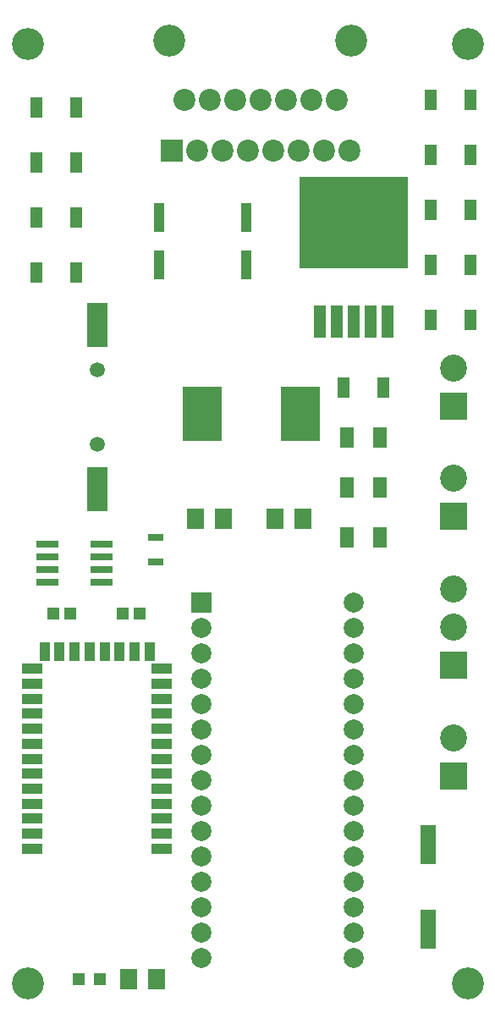
<source format=gts>
G04 DipTrace 3.3.1.3*
G04 SkyeTrackerV8.0.gts*
%MOIN*%
G04 #@! TF.FileFunction,Soldermask,Top*
G04 #@! TF.Part,Single*
%AMOUTLINE0*
4,1,4,
-0.03937,-0.086614,
-0.03937,0.086614,
0.03937,0.086614,
0.03937,-0.086614,
-0.03937,-0.086614,
0*%
%AMOUTLINE1*
4,1,4,
0.019685,0.035433,
0.019685,-0.035433,
-0.019685,-0.035433,
-0.019685,0.035433,
0.019685,0.035433,
0*%
%ADD20R,0.062992X0.153543*%
%ADD21R,0.03937X0.116142*%
%ADD24R,0.05X0.082677*%
%ADD25R,0.047244X0.047244*%
%ADD29R,0.15748X0.212598*%
%ADD34R,0.07874X0.03937*%
%ADD35R,0.07874X0.07874*%
%ADD36C,0.07874*%
%ADD41R,0.059055X0.031496*%
%ADD44C,0.059055*%
%ADD45C,0.125984*%
%ADD54R,0.425197X0.362205*%
%ADD56R,0.047244X0.125984*%
%ADD58C,0.125984*%
%ADD60C,0.086614*%
%ADD61R,0.086614X0.086614*%
%ADD64R,0.086614X0.031496*%
%ADD68R,0.070866X0.07874*%
%ADD72C,0.106299*%
%ADD74R,0.106299X0.106299*%
%ADD76R,0.055118X0.07874*%
%ADD82R,0.051181X0.047244*%
%ADD90OUTLINE0*%
%ADD91OUTLINE1*%
%FSLAX26Y26*%
G04*
G70*
G90*
G75*
G01*
G04 TopMask*
%LPD*%
D90*
X787400Y3106714D3*
Y2461045D3*
D44*
Y2638210D3*
Y2929549D3*
D20*
X2093798Y725688D3*
Y1060333D3*
D21*
X1031268Y3341829D3*
Y3530806D3*
X1375054Y3341829D3*
Y3530806D3*
D82*
X956260Y1968866D3*
X889331D3*
X616513D3*
X683442D3*
D24*
X2258365Y3994079D3*
X2102459D3*
X706234Y3963877D3*
X550328D3*
X2258365Y3777543D3*
X2102459D3*
X706234Y3747341D3*
X550328D3*
X2258365Y3561008D3*
X2102459D3*
X706234Y3530806D3*
X550328D3*
X2258365Y3344472D3*
X2102459D3*
X706234Y3314270D3*
X550328D3*
X2258365Y3127937D3*
X2102459D3*
X1915845Y2861514D3*
X1759940D3*
D25*
X714900Y531215D3*
X797577D3*
D76*
X1772932Y2270963D3*
X1902853D3*
X1772932Y2467814D3*
X1902853D3*
Y2664664D3*
X1772932D3*
D74*
X2192205Y1329822D3*
D72*
Y1479822D3*
D74*
X2192223Y2353444D3*
D72*
Y2503444D3*
D74*
Y2786514D3*
D72*
Y2936514D3*
D29*
X1587576Y2756449D3*
X1201749D3*
D68*
X1175033Y2343906D3*
X1285269D3*
X1598668D3*
X1488432D3*
X912505Y531215D3*
X1022741D3*
D35*
X1200035Y2012621D3*
D36*
Y1912621D3*
Y1812621D3*
Y1712621D3*
Y1612621D3*
Y1512621D3*
Y1412621D3*
Y1312621D3*
Y1212621D3*
Y1112621D3*
Y1012621D3*
Y912621D3*
Y812621D3*
Y712621D3*
Y612621D3*
X1800035D3*
Y712621D3*
Y812621D3*
Y912621D3*
Y1012621D3*
Y1112621D3*
Y1212621D3*
Y1312621D3*
Y1412621D3*
Y1512621D3*
Y1612621D3*
Y1712621D3*
Y1812621D3*
Y1912621D3*
Y2012621D3*
D64*
X593722Y2243895D3*
Y2193895D3*
Y2143895D3*
Y2093895D3*
X806320D3*
Y2143895D3*
Y2193895D3*
Y2243895D3*
D34*
X1043769Y1043769D3*
Y1102824D3*
Y1161879D3*
Y1220934D3*
Y1279990D3*
Y1339045D3*
Y1398100D3*
Y1457155D3*
Y1516210D3*
Y1575265D3*
Y1634320D3*
Y1693375D3*
Y1752430D3*
X531958D3*
Y1693375D3*
Y1634320D3*
Y1575265D3*
Y1516210D3*
Y1457155D3*
Y1398100D3*
Y1339045D3*
Y1279990D3*
Y1220934D3*
Y1161879D3*
Y1102824D3*
Y1043769D3*
D91*
X994556Y1821328D3*
X935501D3*
X876446D3*
X817391D3*
X758336D3*
X699281D3*
X640226D3*
X581171D3*
D61*
X1081273Y3794058D3*
D60*
X1131273Y3994058D3*
X1181273Y3794058D3*
X1231273Y3994058D3*
X1281273Y3794058D3*
X1331273Y3994058D3*
X1381273Y3794058D3*
X1431273Y3994058D3*
X1481273Y3794058D3*
X1531273Y3994058D3*
X1581273Y3794058D3*
X1631273Y3994058D3*
X1681273Y3794058D3*
X1731273Y3994058D3*
X1781273Y3794058D3*
D58*
X1073399Y4227129D3*
X1789147D3*
D56*
X1664664Y3119388D3*
X1731593D3*
X1798522D3*
X1865451D3*
X1932381D3*
D54*
X1798522Y3509152D3*
D41*
X1018766Y2268898D3*
Y2174409D3*
D74*
X2192223Y1766633D3*
D72*
Y1916633D3*
Y2066633D3*
D45*
X515163Y512264D3*
Y4213051D3*
X2247446D3*
Y512264D3*
M02*

</source>
